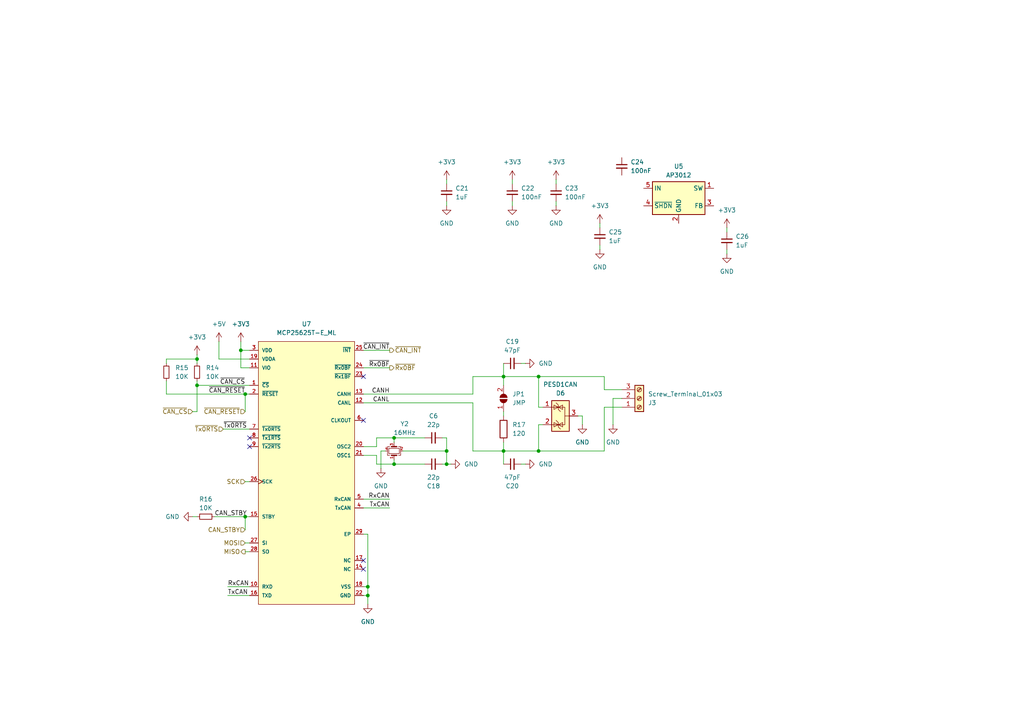
<source format=kicad_sch>
(kicad_sch (version 20231120) (generator "eeschema") (generator_version "8.0")
  (paper "A4")
  (lib_symbols
    (symbol "Connector:Screw_Terminal_01x03" (pin_names (offset 1.016) hide)
      (property "Reference" "J" (at 0 5.08 0))
      (property "Value" "Screw_Terminal_01x03" (at 0 -5.08 0))
      (symbol "Screw_Terminal_01x03_1_1"
        (rectangle (start -1.27 3.81) (end 1.27 -3.81) (stroke (width 0.254)) (fill (type background)))
        (circle (center 0 -2.54) (radius 0.635) (stroke (width 0.1524)))
        (polyline (pts (xy -0.5334 -2.2098) (xy 0.3302 -3.048)) (stroke (width 0.1524)))
        (polyline (pts (xy -0.5334 0.3302) (xy 0.3302 -0.508)) (stroke (width 0.1524)))
        (polyline (pts (xy -0.5334 2.8702) (xy 0.3302 2.032)) (stroke (width 0.1524)))
        (polyline (pts (xy -0.3556 -2.032) (xy 0.508 -2.8702)) (stroke (width 0.1524)))
        (polyline (pts (xy -0.3556 0.508) (xy 0.508 -0.3302)) (stroke (width 0.1524)))
        (polyline (pts (xy -0.3556 3.048) (xy 0.508 2.2098)) (stroke (width 0.1524)))
        (circle (center 0 0) (radius 0.635) (stroke (width 0.1524)))
        (circle (center 0 2.54) (radius 0.635) (stroke (width 0.1524)))
        (pin passive line (at -5.08 2.54 0) (length 3.81) (name "Pin_1") (number "1"))
        (pin passive line (at -5.08 0 0) (length 3.81) (name "Pin_2") (number "2"))
        (pin passive line (at -5.08 -2.54 0) (length 3.81) (name "Pin_3") (number "3"))
      )
    )
    (symbol "Device:C_Small" (pin_numbers hide) (pin_names (offset 0.254) hide)
      (property "Reference" "C" (at 0.254 1.778 0))
      (property "Value" "C_Small" (at 0.254 -2.032 0))
      (symbol "C_Small_0_1"
        (polyline (pts (xy -1.524 -0.508) (xy 1.524 -0.508)) (stroke (width 0.3302)))
        (polyline (pts (xy -1.524 0.508) (xy 1.524 0.508)) (stroke (width 0.3048)))
      )
      (symbol "C_Small_1_1"
        (pin passive line (at 0 2.54 270) (length 2.032) (name "~") (number "1"))
        (pin passive line (at 0 -2.54 90) (length 2.032) (name "~") (number "2"))
      )
    )
    (symbol "Device:Crystal_GND24_Small" (pin_names (offset 1.016) hide)
      (property "Reference" "Y" (at 1.27 4.445 0))
      (property "Value" "Crystal_GND24_Small" (at 1.27 2.54 0))
      (symbol "Crystal_GND24_Small_0_1"
        (rectangle (start -0.762 -1.524) (end 0.762 1.524))
        (polyline (pts (xy -1.27 -0.762) (xy -1.27 0.762)) (stroke (width 0.381)))
        (polyline (pts (xy 1.27 -0.762) (xy 1.27 0.762)) (stroke (width 0.381)))
        (polyline (pts (xy -1.27 -1.27) (xy -1.27 -1.905) (xy 1.27 -1.905) (xy 1.27 -1.27)))
        (polyline (pts (xy -1.27 1.27) (xy -1.27 1.905) (xy 1.27 1.905) (xy 1.27 1.27)))
      )
      (symbol "Crystal_GND24_Small_1_1"
        (pin passive line (at -2.54 0 0) (length 1.27) (name "1") (number "1"))
        (pin passive line (at 0 -2.54 90) (length 0.635) (name "2") (number "2"))
        (pin passive line (at 2.54 0 180) (length 1.27) (name "3") (number "3"))
        (pin passive line (at 0 2.54 270) (length 0.635) (name "4") (number "4"))
      )
    )
    (symbol "Device:R" (pin_numbers hide) (pin_names (offset 0))
      (property "Reference" "R" (at 2.032 0 90))
      (property "Value" "R" (at 0 0 90))
      (symbol "R_0_1"
        (rectangle (start -1.016 -2.54) (end 1.016 2.54) (stroke (width 0.254)))
      )
      (symbol "R_1_1"
        (pin passive line (at 0 3.81 270) (length 1.27) (name "~") (number "1"))
        (pin passive line (at 0 -3.81 90) (length 1.27) (name "~") (number "2"))
      )
    )
    (symbol "Device:R_Small" (pin_numbers hide) (pin_names (offset 0.254) hide)
      (property "Reference" "R" (at 0.762 0.508 0))
      (property "Value" "R_Small" (at 0.762 -1.016 0))
      (symbol "R_Small_0_1"
        (rectangle (start -0.762 1.778) (end 0.762 -1.778) (stroke (width 0.2032)))
      )
      (symbol "R_Small_1_1"
        (pin passive line (at 0 2.54 270) (length 0.762) (name "~") (number "1"))
        (pin passive line (at 0 -2.54 90) (length 0.762) (name "~") (number "2"))
      )
    )
    (symbol "Jumper:SolderJumper_2_Open" (pin_names (offset 0) hide)
      (property "Reference" "JP" (at 0 2.032 0))
      (property "Value" "SolderJumper_2_Open" (at 0 -2.54 0))
      (symbol "SolderJumper_2_Open_0_1"
        (arc (start -0.254 1.016) (mid -1.2656 0) (end -0.254 -1.016))
        (arc (start -0.254 1.016) (mid -1.2656 0) (end -0.254 -1.016) (fill (type outline)))
        (polyline (pts (xy -0.254 1.016) (xy -0.254 -1.016)))
        (polyline (pts (xy 0.254 1.016) (xy 0.254 -1.016)))
        (arc (start 0.254 -1.016) (mid 1.2656 0) (end 0.254 1.016))
        (arc (start 0.254 -1.016) (mid 1.2656 0) (end 0.254 1.016) (fill (type outline)))
      )
      (symbol "SolderJumper_2_Open_1_1"
        (pin passive line (at -3.81 0 0) (length 2.54) (name "A") (number "1"))
        (pin passive line (at 3.81 0 180) (length 2.54) (name "B") (number "2"))
      )
    )
    (symbol "MCP25625:MCP25625T-E_ML" (pin_names (offset 1.016))
      (property "Reference" "U" (at 0 5.08 0))
      (property "Value" "MCP25625T-E_ML" (at 0 7.62 0))
      (symbol "MCP25625T-E_ML_1_1"
        (rectangle (start 2.54 2.54) (end 30.48 -73.66) (fill (type background)))
        (pin input line (at 0 -10.16 0) (length 2.54) (name "~{CS}") (number "1"))
        (pin output line (at 0 -68.58 0) (length 2.54) (name "RXD") (number "10"))
        (pin power_in line (at 0 -5.08 0) (length 2.54) (name "VIO") (number "11"))
        (pin bidirectional line (at 33.02 -15.24 180) (length 2.54) (name "CANL") (number "12"))
        (pin bidirectional line (at 33.02 -12.7 180) (length 2.54) (name "CANH") (number "13"))
        (pin passive line (at 33.02 -63.5 180) (length 2.54) (name "NC") (number "14"))
        (pin input line (at 0 -48.26 0) (length 2.54) (name "STBY") (number "15"))
        (pin input line (at 0 -71.12 0) (length 2.54) (name "TXD") (number "16"))
        (pin passive line (at 33.02 -60.96 180) (length 2.54) (name "NC") (number "17"))
        (pin power_in line (at 33.02 -68.58 180) (length 2.54) (name "VSS") (number "18"))
        (pin power_in line (at 0 -2.54 0) (length 2.54) (name "VDDA") (number "19"))
        (pin input line (at 0 -12.7 0) (length 2.54) (name "~{RESET}") (number "2"))
        (pin output line (at 33.02 -27.94 180) (length 2.54) (name "OSC2") (number "20"))
        (pin input line (at 33.02 -30.48 180) (length 2.54) (name "OSC1") (number "21"))
        (pin power_in line (at 33.02 -71.12 180) (length 2.54) (name "GND") (number "22"))
        (pin output line (at 33.02 -7.62 180) (length 2.54) (name "~{Rx1BF}") (number "23"))
        (pin output line (at 33.02 -5.08 180) (length 2.54) (name "~{Rx0BF}") (number "24"))
        (pin output line (at 33.02 0 180) (length 2.54) (name "~{INT}") (number "25"))
        (pin input clock (at 0 -38.1 0) (length 2.54) (name "SCK") (number "26"))
        (pin input line (at 0 -55.88 0) (length 2.54) (name "SI") (number "27"))
        (pin output line (at 0 -58.42 0) (length 2.54) (name "SO") (number "28"))
        (pin passive line (at 33.02 -53.34 180) (length 2.54) (name "EP") (number "29"))
        (pin power_in line (at 0 0 0) (length 2.54) (name "VDD") (number "3"))
        (pin output line (at 33.02 -45.72 180) (length 2.54) (name "TxCAN") (number "4"))
        (pin input line (at 33.02 -43.18 180) (length 2.54) (name "RxCAN") (number "5"))
        (pin output line (at 33.02 -20.32 180) (length 2.54) (name "CLKOUT") (number "6"))
        (pin input line (at 0 -22.86 0) (length 2.54) (name "~{Tx0RTS}") (number "7"))
        (pin input line (at 0 -25.4 0) (length 2.54) (name "~{Tx1RTS}") (number "8"))
        (pin input line (at 0 -27.94 0) (length 2.54) (name "~{Tx2RTS}") (number "9"))
      )
    )
    (symbol "Power_Protection:NUP2105L" (pin_names hide)
      (property "Reference" "D" (at 5.715 2.54 0))
      (property "Value" "NUP2105L" (at 5.715 0.635 0))
      (symbol "NUP2105L_0_0"
        (pin passive line (at 0 -5.08 90) (length 2.54) (name "A") (number "3"))
      )
      (symbol "NUP2105L_0_1"
        (rectangle (start -4.445 2.54) (end 4.445 -2.54) (stroke (width 0.254)) (fill (type background)))
        (polyline (pts (xy -2.54 2.54) (xy -2.54 0.635)))
        (polyline (pts (xy 0 -1.27) (xy 0 -2.54)))
        (polyline (pts (xy 2.54 2.54) (xy 2.54 0.635)))
        (polyline (pts (xy -3.81 1.27) (xy -3.175 0.635) (xy -1.905 0.635) (xy -1.27 0)))
        (polyline (pts (xy -2.54 0.635) (xy -2.54 -1.27) (xy 2.54 -1.27) (xy 2.54 0.635)))
        (polyline (pts (xy -2.54 0.635) (xy -1.905 -0.635) (xy -3.175 -0.635) (xy -2.54 0.635)))
        (polyline (pts (xy 2.54 0.635) (xy 1.905 -0.635) (xy 3.175 -0.635) (xy 2.54 0.635)))
        (polyline (pts (xy 2.54 0.635) (xy 3.175 1.905) (xy 1.905 1.905) (xy 2.54 0.635)))
        (polyline (pts (xy -2.54 0.635) (xy -3.175 1.905) (xy -1.905 1.905) (xy -2.54 0.635) (xy -2.54 1.27)))
        (polyline (pts (xy 1.27 1.27) (xy 1.905 0.635) (xy 2.54 0.635) (xy 3.175 0.635) (xy 3.81 0)))
      )
      (symbol "NUP2105L_1_1"
        (pin passive line (at -2.54 5.08 270) (length 2.54) (name "K") (number "1"))
        (pin passive line (at 2.54 5.08 270) (length 2.54) (name "K") (number "2"))
      )
    )
    (symbol "Regulator_Switching:AP3012"
      (property "Reference" "U" (at -7.62 5.715 0))
      (property "Value" "AP3012" (at 0 5.715 0))
      (symbol "AP3012_0_1"
        (rectangle (start -7.62 4.445) (end 7.62 -5.08) (stroke (width 0.254)) (fill (type background)))
      )
      (symbol "AP3012_1_1"
        (pin passive line (at 10.16 2.54 180) (length 2.54) (name "SW") (number "1"))
        (pin power_in line (at 0 -7.62 90) (length 2.54) (name "GND") (number "2"))
        (pin input line (at 10.16 -2.54 180) (length 2.54) (name "FB") (number "3"))
        (pin input line (at -10.16 -2.54 0) (length 2.54) (name "~{SHDN}") (number "4"))
        (pin power_in line (at -10.16 2.54 0) (length 2.54) (name "IN") (number "5"))
      )
    )
    (symbol "power:+3V3" (power) (pin_numbers hide) (pin_names (offset 0) hide)
      (property "Value" "+3V3" (at 0 3.556 0))
      (symbol "+3V3_0_1"
        (polyline (pts (xy -0.762 1.27) (xy 0 2.54)))
        (polyline (pts (xy 0 0) (xy 0 2.54)))
        (polyline (pts (xy 0 2.54) (xy 0.762 1.27)))
      )
      (symbol "+3V3_1_1"
        (pin power_in line (at 0 0 90) (length 0) (name "~") (number "1"))
      )
    )
    (symbol "power:+5V" (power) (pin_numbers hide) (pin_names (offset 0) hide)
      (property "Value" "+5V" (at 0 3.556 0))
      (symbol "+5V_0_1"
        (polyline (pts (xy -0.762 1.27) (xy 0 2.54)))
        (polyline (pts (xy 0 0) (xy 0 2.54)))
        (polyline (pts (xy 0 2.54) (xy 0.762 1.27)))
      )
      (symbol "+5V_1_1"
        (pin power_in line (at 0 0 90) (length 0) (name "~") (number "1"))
      )
    )
    (symbol "power:GND" (power) (pin_numbers hide) (pin_names (offset 0) hide)
      (property "Value" "GND" (at 0 -3.81 0))
      (symbol "GND_0_1"
        (polyline (pts (xy 0 0) (xy 0 -1.27) (xy 1.27 -1.27) (xy 0 -2.54) (xy -1.27 -1.27) (xy 0 -1.27)))
      )
      (symbol "GND_1_1"
        (pin power_in line (at 0 0 270) (length 0) (name "~") (number "1"))
      )
    )
  )
  (junction (at 71.12 114.3))
  (junction (at 57.15 104.14))
  (junction (at 57.15 111.76))
  (junction (at 114.3 127))
  (junction (at 156.21 109.22))
  (junction (at 146.05 130.81))
  (junction (at 106.68 170.18))
  (junction (at 69.85 101.6))
  (junction (at 146.05 109.22))
  (junction (at 114.3 134.62))
  (junction (at 129.54 134.62))
  (junction (at 156.21 130.81))
  (junction (at 71.12 149.86))
  (junction (at 106.68 172.72))
  (junction (at 129.54 130.81))
  (no_connect (at 105.41 121.92))
  (no_connect (at 105.41 162.56))
  (no_connect (at 105.41 165.1))
  (no_connect (at 72.39 127))
  (no_connect (at 72.39 129.54))
  (no_connect (at 105.41 109.22))
  (wire (pts (xy 146.05 130.81) (xy 146.05 134.62)))
  (wire (pts (xy 146.05 109.22) (xy 146.05 111.76)))
  (wire (pts (xy 71.12 149.86) (xy 62.23 149.86)))
  (wire (pts (xy 173.99 72.39) (xy 173.99 71.12)))
  (wire (pts (xy 148.59 59.69) (xy 148.59 58.42)))
  (wire (pts (xy 173.99 64.77) (xy 173.99 66.04)))
  (wire (pts (xy 113.03 147.32) (xy 105.41 147.32)))
  (wire (pts (xy 71.12 149.86) (xy 72.39 149.86)))
  (wire (pts (xy 106.68 154.94) (xy 106.68 170.18)))
  (wire (pts (xy 64.77 124.46) (xy 72.39 124.46)))
  (wire (pts (xy 48.26 114.3) (xy 71.12 114.3)))
  (wire (pts (xy 210.82 66.04) (xy 210.82 67.31)))
  (wire (pts (xy 152.4 134.62) (xy 151.13 134.62)))
  (wire (pts (xy 156.21 130.81) (xy 175.26 130.81)))
  (wire (pts (xy 116.84 130.81) (xy 129.54 130.81)))
  (wire (pts (xy 129.54 130.81) (xy 129.54 134.62)))
  (wire (pts (xy 130.81 134.62) (xy 129.54 134.62)))
  (wire (pts (xy 157.48 118.11) (xy 156.21 118.11)))
  (wire (pts (xy 114.3 134.62) (xy 123.19 134.62)))
  (wire (pts (xy 48.26 104.14) (xy 57.15 104.14)))
  (wire (pts (xy 129.54 134.62) (xy 128.27 134.62)))
  (wire (pts (xy 175.26 113.03) (xy 180.34 113.03)))
  (wire (pts (xy 109.22 127) (xy 114.3 127)))
  (wire (pts (xy 156.21 123.19) (xy 156.21 130.81)))
  (wire (pts (xy 146.05 119.38) (xy 146.05 120.65)))
  (wire (pts (xy 146.05 105.41) (xy 146.05 109.22)))
  (wire (pts (xy 210.82 73.66) (xy 210.82 72.39)))
  (wire (pts (xy 71.12 114.3) (xy 71.12 119.38)))
  (wire (pts (xy 148.59 52.07) (xy 148.59 53.34)))
  (wire (pts (xy 146.05 128.27) (xy 146.05 130.81)))
  (wire (pts (xy 146.05 130.81) (xy 156.21 130.81)))
  (wire (pts (xy 110.49 130.81) (xy 110.49 135.89)))
  (wire (pts (xy 48.26 110.49) (xy 48.26 114.3)))
  (wire (pts (xy 71.12 153.67) (xy 71.12 149.86)))
  (wire (pts (xy 106.68 170.18) (xy 106.68 172.72)))
  (wire (pts (xy 69.85 101.6) (xy 72.39 101.6)))
  (wire (pts (xy 180.34 115.57) (xy 177.8 115.57)))
  (wire (pts (xy 114.3 127) (xy 123.19 127)))
  (wire (pts (xy 105.41 154.94) (xy 106.68 154.94)))
  (wire (pts (xy 113.03 101.6) (xy 105.41 101.6)))
  (wire (pts (xy 105.41 129.54) (xy 109.22 129.54)))
  (wire (pts (xy 69.85 106.68) (xy 69.85 101.6)))
  (wire (pts (xy 177.8 115.57) (xy 177.8 123.19)))
  (wire (pts (xy 69.85 101.6) (xy 69.85 99.06)))
  (wire (pts (xy 113.03 106.68) (xy 105.41 106.68)))
  (wire (pts (xy 109.22 132.08) (xy 109.22 134.62)))
  (wire (pts (xy 105.41 116.84) (xy 137.16 116.84)))
  (wire (pts (xy 137.16 114.3) (xy 137.16 109.22)))
  (wire (pts (xy 105.41 172.72) (xy 106.68 172.72)))
  (wire (pts (xy 71.12 114.3) (xy 72.39 114.3)))
  (wire (pts (xy 157.48 123.19) (xy 156.21 123.19)))
  (wire (pts (xy 63.5 99.06) (xy 63.5 104.14)))
  (wire (pts (xy 168.91 120.65) (xy 168.91 123.19)))
  (wire (pts (xy 105.41 170.18) (xy 106.68 170.18)))
  (wire (pts (xy 114.3 134.62) (xy 114.3 133.35)))
  (wire (pts (xy 156.21 109.22) (xy 175.26 109.22)))
  (wire (pts (xy 129.54 59.69) (xy 129.54 58.42)))
  (wire (pts (xy 106.68 172.72) (xy 106.68 175.26)))
  (wire (pts (xy 137.16 116.84) (xy 137.16 130.81)))
  (wire (pts (xy 63.5 104.14) (xy 72.39 104.14)))
  (wire (pts (xy 146.05 109.22) (xy 156.21 109.22)))
  (wire (pts (xy 175.26 118.11) (xy 180.34 118.11)))
  (wire (pts (xy 161.29 59.69) (xy 161.29 58.42)))
  (wire (pts (xy 137.16 109.22) (xy 146.05 109.22)))
  (wire (pts (xy 57.15 104.14) (xy 57.15 105.41)))
  (wire (pts (xy 109.22 129.54) (xy 109.22 127)))
  (wire (pts (xy 152.4 105.41) (xy 151.13 105.41)))
  (wire (pts (xy 57.15 110.49) (xy 57.15 111.76)))
  (wire (pts (xy 129.54 52.07) (xy 129.54 53.34)))
  (wire (pts (xy 105.41 132.08) (xy 109.22 132.08)))
  (wire (pts (xy 137.16 130.81) (xy 146.05 130.81)))
  (wire (pts (xy 66.04 170.18) (xy 72.39 170.18)))
  (wire (pts (xy 55.88 119.38) (xy 57.15 119.38)))
  (wire (pts (xy 71.12 157.48) (xy 72.39 157.48)))
  (wire (pts (xy 71.12 160.02) (xy 72.39 160.02)))
  (wire (pts (xy 167.64 120.65) (xy 168.91 120.65)))
  (wire (pts (xy 113.03 144.78) (xy 105.41 144.78)))
  (wire (pts (xy 128.27 127) (xy 129.54 127)))
  (wire (pts (xy 57.15 119.38) (xy 57.15 111.76)))
  (wire (pts (xy 57.15 102.87) (xy 57.15 104.14)))
  (wire (pts (xy 114.3 127) (xy 114.3 128.27)))
  (wire (pts (xy 72.39 106.68) (xy 69.85 106.68)))
  (wire (pts (xy 71.12 139.7) (xy 72.39 139.7)))
  (wire (pts (xy 57.15 111.76) (xy 72.39 111.76)))
  (wire (pts (xy 175.26 130.81) (xy 175.26 118.11)))
  (wire (pts (xy 48.26 105.41) (xy 48.26 104.14)))
  (wire (pts (xy 66.04 172.72) (xy 72.39 172.72)))
  (wire (pts (xy 55.88 149.86) (xy 57.15 149.86)))
  (wire (pts (xy 111.76 130.81) (xy 110.49 130.81)))
  (wire (pts (xy 156.21 118.11) (xy 156.21 109.22)))
  (wire (pts (xy 175.26 109.22) (xy 175.26 113.03)))
  (wire (pts (xy 161.29 52.07) (xy 161.29 53.34)))
  (wire (pts (xy 109.22 134.62) (xy 114.3 134.62)))
  (wire (pts (xy 129.54 127) (xy 129.54 130.81)))
  (wire (pts (xy 105.41 114.3) (xy 137.16 114.3)))
  (label "RxCAN" (at 113.03 144.78 180))
  (label "CANH" (at 113.03 114.3 180))
  (label "CANL" (at 113.03 116.84 180))
  (label "~{CAN_CS}" (at 71.12 111.76 180))
  (label "CAN_STBY" (at 62.23 149.86 0))
  (label "~{Rx0BF}" (at 113.03 106.68 180))
  (label "~{CAN_INT}" (at 113.03 101.6 180))
  (label "~{CAN_RESET}" (at 71.12 114.3 180))
  (label "~{Tx0RTS}" (at 64.77 124.46 0))
  (label "TxCAN" (at 66.04 172.72 0))
  (label "TxCAN" (at 113.03 147.32 180))
  (label "RxCAN" (at 66.04 170.18 0))
  (hierarchical_label "~{Tx0RTS}" (shape input) (at 64.77 124.46 180))
  (hierarchical_label "~{Rx0BF}" (shape output) (at 113.03 106.68 0))
  (hierarchical_label "CAN_STBY" (shape input) (at 71.12 153.67 180))
  (hierarchical_label "MISO" (shape output) (at 71.12 160.02 180))
  (hierarchical_label "~{CAN_CS}" (shape input) (at 55.88 119.38 180))
  (hierarchical_label "SCK" (shape input) (at 71.12 139.7 180))
  (hierarchical_label "MOSI" (shape input) (at 71.12 157.48 180))
  (hierarchical_label "~{CAN_INT}" (shape output) (at 113.03 101.6 0))
  (hierarchical_label "~{CAN_RESET}" (shape input) (at 71.12 119.38 180))
  (symbol (lib_id "power:+3V3") (at 173.99 64.77 0) (unit 1)
    (property "Reference" "#PWR073" (effects (hide yes)))
    (property "Value" "+3V3" (at 173.99 59.69 0))
    (property "Description" "Power symbol creates a global label with name \"+3V3\"" (effects (hide yes)))
  )
  (symbol (lib_id "power:+3V3") (at 148.59 52.07 0) (unit 1)
    (property "Reference" "#PWR069" (effects (hide yes)))
    (property "Value" "+3V3" (at 148.59 46.99 0))
    (property "Description" "Power symbol creates a global label with name \"+3V3\"" (effects (hide yes)))
  )
  (symbol (lib_id "Device:Crystal_GND24_Small") (at 114.3 130.81 90) (unit 1)
    (property "Reference" "Y2" (at 117.348 122.936 90))
    (property "Value" "16MHz" (at 117.348 125.476 90))
    (property "Footprint" "Crystal:Crystal_SMD_2520-4Pin_2.5x2.0mm" (effects (hide yes)))
    (property "Description" "Four pin crystal, GND on pins 2 and 4, small symbol" (effects (hide yes)))
  )
  (symbol (lib_id "Device:C_Small") (at 173.99 68.58 0) (unit 1)
    (property "Reference" "C25" (at 176.53 67.3162 0) (effects (justify left)))
    (property "Value" "1uF" (at 176.53 69.8562 0) (effects (justify left)))
    (property "Footprint" "Capacitor_SMD:C_0603_1608Metric" (effects (hide yes)))
    (property "Description" "Unpolarized capacitor, small symbol" (effects (hide yes)))
  )
  (symbol (lib_id "power:GND") (at 210.82 73.66 0) (unit 1)
    (property "Reference" "#PWR077" (effects (hide yes)))
    (property "Value" "GND" (at 210.82 78.74 0))
    (property "Description" "Power symbol creates a global label with name \"GND\" , ground" (effects (hide yes)))
  )
  (symbol (lib_id "power:GND") (at 173.99 72.39 0) (unit 1)
    (property "Reference" "#PWR074" (effects (hide yes)))
    (property "Value" "GND" (at 173.99 77.47 0))
    (property "Description" "Power symbol creates a global label with name \"GND\" , ground" (effects (hide yes)))
  )
  (symbol (lib_id "Connector:Screw_Terminal_01x03") (at 185.42 115.57 0) (mirror x) (unit 1)
    (property "Reference" "J3" (at 187.96 116.8401 0) (effects (justify left)))
    (property "Value" "Screw_Terminal_01x03" (at 187.96 114.3001 0) (effects (justify left)))
    (property "Footprint" "TerminalBlock_4Ucon:TerminalBlock_4Ucon_1x03_P3.50mm_Horizontal" (effects (hide yes)))
    (property "Description" "Generic screw terminal, single row, 01x03, script generated (kicad-library-utils/schlib/autogen/connector/)" (effects (hide yes)))
  )
  (symbol (lib_id "Device:C_Small") (at 125.73 134.62 90) (mirror x) (unit 1)
    (property "Reference" "C18" (at 125.7363 140.97 90))
    (property "Value" "22p" (at 125.7363 138.43 90))
    (property "Footprint" "Capacitor_SMD:C_0402_1005Metric" (effects (hide yes)))
    (property "Description" "Unpolarized capacitor, small symbol" (effects (hide yes)))
  )
  (symbol (lib_id "power:GND") (at 130.81 134.62 90) (unit 1)
    (property "Reference" "#PWR025" (effects (hide yes)))
    (property "Value" "GND" (at 134.62 134.6199 90) (effects (justify right)))
    (property "Description" "Power symbol creates a global label with name \"GND\" , ground" (effects (hide yes)))
  )
  (symbol (lib_id "power:GND") (at 161.29 59.69 0) (unit 1)
    (property "Reference" "#PWR072" (effects (hide yes)))
    (property "Value" "GND" (at 161.29 64.77 0))
    (property "Description" "Power symbol creates a global label with name \"GND\" , ground" (effects (hide yes)))
  )
  (symbol (lib_id "MCP25625:MCP25625T-E_ML") (at 72.39 101.6 0) (unit 1)
    (property "Reference" "U7" (at 88.9 93.98 0))
    (property "Value" "MCP25625T-E_ML" (at 88.9 96.52 0))
    (property "Footprint" "MCP25625:Microchip-ML-28-0-0-0" (effects (hide yes)))
    (property "Datasheet" "http://ww1.microchip.com/downloads/en/DeviceDoc/20005282B.pdf" (effects (hide yes)))
    (property "Description" "+125°C" (effects (hide yes)))
    (property "ambient temperature range low" "-40°C" (effects (hide yes)))
    (property "category" "IC" (effects (hide yes)))
    (property "device class L1" "Integrated Circuits (ICs)" (effects (hide yes)))
    (property "device class L2" "Interface ICs" (effects (hide yes)))
    (property "device class L3" "unset" (effects (hide yes)))
    (property "digikey description" "IC TXRX CAN CTLR EXT TEMP 28QFN" (effects (hide yes)))
    (property "digikey part number" "MCP25625T-E/MLCT-ND" (effects (hide yes)))
    (property "height" "1mm" (effects (hide yes)))
    (property "interface" "SPI,CAN" (effects (hide yes)))
    (property "lead free" "yes" (effects (hide yes)))
    (property "library id" "08977554164ab031" (effects (hide yes)))
    (property "manufacturer" "Microchip" (effects (hide yes)))
    (property "max supply voltage" "5.5V" (effects (hide yes)))
    (property "min supply voltage" "2.7V" (effects (hide yes)))
    (property "mouser description" "CAN Interface IC CAN Controller with Int. Transceiver" (effects (hide yes)))
    (property "mouser part number" "579-MCP25625T-E/ML" (effects (hide yes)))
    (property "package" "QFN28" (effects (hide yes)))
    (property "rohs" "yes" (effects (hide yes)))
    (property "standoff height" "0mm" (effects (hide yes)))
    (property "temperature range high" "+125°C" (effects (hide yes)))
    (property "temperature range low" "-40°C" (effects (hide yes)))
  )
  (symbol (lib_id "power:+3V3") (at 69.85 99.06 0) (unit 1)
    (property "Reference" "#PWR055" (effects (hide yes)))
    (property "Value" "+3V3" (at 69.85 93.98 0))
    (property "Description" "Power symbol creates a global label with name \"+3V3\"" (effects (hide yes)))
  )
  (symbol (lib_id "power:+3V3") (at 129.54 52.07 0) (unit 1)
    (property "Reference" "#PWR067" (effects (hide yes)))
    (property "Value" "+3V3" (at 129.54 46.99 0))
    (property "Description" "Power symbol creates a global label with name \"+3V3\"" (effects (hide yes)))
  )
  (symbol (lib_id "Device:C_Small") (at 148.59 105.41 90) (unit 1)
    (property "Reference" "C19" (at 148.5963 99.06 90))
    (property "Value" "47pF" (at 148.5963 101.6 90))
    (property "Footprint" "Capacitor_SMD:C_0402_1005Metric" (effects (hide yes)))
    (property "Description" "Unpolarized capacitor, small symbol" (effects (hide yes)))
  )
  (symbol (lib_id "Power_Protection:NUP2105L") (at 162.56 120.65 90) (mirror x) (unit 1)
    (property "Reference" "D6" (at 162.56 114.046 90))
    (property "Value" "PESD1CAN" (at 162.56 111.506 90))
    (property "Footprint" "Package_TO_SOT_SMD:SOT-23" (effects (hide yes)))
    (property "Datasheet" "http://www.onsemi.com/pub_link/Collateral/NUP2105L-D.PDF" (effects (hide yes)))
    (property "Description" "Dual Line CAN Bus Protector, 24Vrwm" (effects (hide yes)))
  )
  (symbol (lib_id "Device:C_Small") (at 129.54 55.88 0) (unit 1)
    (property "Reference" "C21" (at 132.08 54.6162 0) (effects (justify left)))
    (property "Value" "1uF" (at 132.08 57.1562 0) (effects (justify left)))
    (property "Footprint" "Capacitor_SMD:C_0603_1608Metric" (effects (hide yes)))
    (property "Description" "Unpolarized capacitor, small symbol" (effects (hide yes)))
  )
  (symbol (lib_id "power:GND") (at 168.91 123.19 0) (unit 1)
    (property "Reference" "#PWR066" (effects (hide yes)))
    (property "Value" "GND" (at 168.91 128.27 0))
    (property "Description" "Power symbol creates a global label with name \"GND\" , ground" (effects (hide yes)))
  )
  (symbol (lib_id "power:GND") (at 55.88 149.86 270) (unit 1)
    (property "Reference" "#PWR062" (effects (hide yes)))
    (property "Value" "GND" (at 52.07 149.8599 90) (effects (justify right)))
    (property "Description" "Power symbol creates a global label with name \"GND\" , ground" (effects (hide yes)))
  )
  (symbol (lib_id "power:GND") (at 106.68 175.26 0) (unit 1)
    (property "Reference" "#PWR051" (effects (hide yes)))
    (property "Value" "GND" (at 106.68 180.34 0))
    (property "Description" "Power symbol creates a global label with name \"GND\" , ground" (effects (hide yes)))
  )
  (symbol (lib_id "power:GND") (at 129.54 59.69 0) (unit 1)
    (property "Reference" "#PWR068" (effects (hide yes)))
    (property "Value" "GND" (at 129.54 64.77 0))
    (property "Description" "Power symbol creates a global label with name \"GND\" , ground" (effects (hide yes)))
  )
  (symbol (lib_id "power:+3V3") (at 161.29 52.07 0) (unit 1)
    (property "Reference" "#PWR071" (effects (hide yes)))
    (property "Value" "+3V3" (at 161.29 46.99 0))
    (property "Description" "Power symbol creates a global label with name \"+3V3\"" (effects (hide yes)))
  )
  (symbol (lib_id "power:GND") (at 110.49 135.89 0) (unit 1)
    (property "Reference" "#PWR026" (effects (hide yes)))
    (property "Value" "GND" (at 110.49 140.97 0))
    (property "Description" "Power symbol creates a global label with name \"GND\" , ground" (effects (hide yes)))
  )
  (symbol (lib_id "power:+5V") (at 63.5 99.06 0) (unit 1)
    (property "Reference" "#PWR056" (effects (hide yes)))
    (property "Value" "+5V" (at 63.5 93.98 0))
    (property "Description" "Power symbol creates a global label with name \"+5V\"" (effects (hide yes)))
  )
  (symbol (lib_id "Jumper:SolderJumper_2_Open") (at 146.05 115.57 90) (unit 1)
    (property "Reference" "JP1" (at 148.59 114.2999 90) (effects (justify right)))
    (property "Value" "JMP" (at 148.59 116.8399 90) (effects (justify right)))
    (property "Footprint" "Jumper:SolderJumper-2_P1.3mm_Open_RoundedPad1.0x1.5mm" (effects (hide yes)))
    (property "Description" "Solder Jumper, 2-pole, open" (effects (hide yes)))
  )
  (symbol (lib_id "Device:C_Small") (at 161.29 55.88 0) (unit 1)
    (property "Reference" "C23" (at 163.83 54.6162 0) (effects (justify left)))
    (property "Value" "100nF" (at 163.83 57.1562 0) (effects (justify left)))
    (property "Footprint" "Capacitor_SMD:C_0402_1005Metric" (effects (hide yes)))
    (property "Description" "Unpolarized capacitor, small symbol" (effects (hide yes)))
  )
  (symbol (lib_id "Device:C_Small") (at 210.82 69.85 0) (unit 1)
    (property "Reference" "C26" (at 213.36 68.5862 0) (effects (justify left)))
    (property "Value" "1uF" (at 213.36 71.1262 0) (effects (justify left)))
    (property "Footprint" "Capacitor_SMD:C_0603_1608Metric" (effects (hide yes)))
    (property "Description" "Unpolarized capacitor, small symbol" (effects (hide yes)))
  )
  (symbol (lib_id "Device:R_Small") (at 48.26 107.95 0) (unit 1)
    (property "Reference" "R15" (at 50.8 106.6799 0) (effects (justify left)))
    (property "Value" "10K" (at 50.8 109.2199 0) (effects (justify left)))
    (property "Footprint" "Resistor_SMD:R_0402_1005Metric" (effects (hide yes)))
    (property "Description" "Resistor, small symbol" (effects (hide yes)))
  )
  (symbol (lib_id "power:GND") (at 148.59 59.69 0) (unit 1)
    (property "Reference" "#PWR070" (effects (hide yes)))
    (property "Value" "GND" (at 148.59 64.77 0))
    (property "Description" "Power symbol creates a global label with name \"GND\" , ground" (effects (hide yes)))
  )
  (symbol (lib_id "Regulator_Switching:AP3012") (at 196.85 57.15 0) (unit 1)
    (property "Reference" "U5" (at 196.85 48.26 0))
    (property "Value" "AP3012" (at 196.85 50.8 0))
    (property "Footprint" "Package_TO_SOT_SMD:SOT-23-5" (effects (hide yes)))
    (property "Datasheet" "https://www.diodes.com/assets/Datasheets/AP3012.pdf" (effects (hide yes)))
    (property "Description" "500mA, Adjustable Step-Up Voltage Regulator, 1.5MHz Frequency, SOT-23-5" (effects (hide yes)))
  )
  (symbol (lib_id "Device:C_Small") (at 148.59 134.62 90) (mirror x) (unit 1)
    (property "Reference" "C20" (at 148.5963 140.97 90))
    (property "Value" "47pF" (at 148.5963 138.43 90))
    (property "Footprint" "Capacitor_SMD:C_0402_1005Metric" (effects (hide yes)))
    (property "Description" "Unpolarized capacitor, small symbol" (effects (hide yes)))
  )
  (symbol (lib_id "power:GND") (at 152.4 105.41 90) (unit 1)
    (property "Reference" "#PWR064" (effects (hide yes)))
    (property "Value" "GND" (at 156.21 105.4099 90) (effects (justify right)))
    (property "Description" "Power symbol creates a global label with name \"GND\" , ground" (effects (hide yes)))
  )
  (symbol (lib_id "Device:C_Small") (at 148.59 55.88 0) (unit 1)
    (property "Reference" "C22" (at 151.13 54.6162 0) (effects (justify left)))
    (property "Value" "100nF" (at 151.13 57.1562 0) (effects (justify left)))
    (property "Footprint" "Capacitor_SMD:C_0402_1005Metric" (effects (hide yes)))
    (property "Description" "Unpolarized capacitor, small symbol" (effects (hide yes)))
  )
  (symbol (lib_id "Device:R_Small") (at 57.15 107.95 0) (unit 1)
    (property "Reference" "R14" (at 59.69 106.6799 0) (effects (justify left)))
    (property "Value" "10K" (at 59.69 109.2199 0) (effects (justify left)))
    (property "Footprint" "Resistor_SMD:R_0402_1005Metric" (effects (hide yes)))
    (property "Description" "Resistor, small symbol" (effects (hide yes)))
  )
  (symbol (lib_id "power:+3V3") (at 210.82 66.04 0) (unit 1)
    (property "Reference" "#PWR075" (effects (hide yes)))
    (property "Value" "+3V3" (at 210.82 60.96 0))
    (property "Description" "Power symbol creates a global label with name \"+3V3\"" (effects (hide yes)))
  )
  (symbol (lib_id "Device:C_Small") (at 180.34 48.26 0) (unit 1)
    (property "Reference" "C24" (at 182.88 46.9962 0) (effects (justify left)))
    (property "Value" "100nF" (at 182.88 49.5362 0) (effects (justify left)))
    (property "Footprint" "Capacitor_SMD:C_0402_1005Metric" (effects (hide yes)))
    (property "Description" "Unpolarized capacitor, small symbol" (effects (hide yes)))
  )
  (symbol (lib_id "power:+3V3") (at 57.15 102.87 0) (unit 1)
    (property "Reference" "#PWR061" (effects (hide yes)))
    (property "Value" "+3V3" (at 57.15 97.79 0))
    (property "Description" "Power symbol creates a global label with name \"+3V3\"" (effects (hide yes)))
  )
  (symbol (lib_id "Device:C_Small") (at 125.73 127 90) (unit 1)
    (property "Reference" "C6" (at 125.7363 120.65 90))
    (property "Value" "22p" (at 125.7363 123.19 90))
    (property "Footprint" "Capacitor_SMD:C_0402_1005Metric" (effects (hide yes)))
    (property "Description" "Unpolarized capacitor, small symbol" (effects (hide yes)))
  )
  (symbol (lib_id "power:GND") (at 152.4 134.62 90) (unit 1)
    (property "Reference" "#PWR063" (effects (hide yes)))
    (property "Value" "GND" (at 156.21 134.6199 90) (effects (justify right)))
    (property "Description" "Power symbol creates a global label with name \"GND\" , ground" (effects (hide yes)))
  )
  (symbol (lib_id "Device:R") (at 146.05 124.46 0) (unit 1)
    (property "Reference" "R17" (at 148.59 123.1899 0) (effects (justify left)))
    (property "Value" "120" (at 148.59 125.7299 0) (effects (justify left)))
    (property "Footprint" "Resistor_SMD:R_0402_1005Metric" (effects (hide yes)))
    (property "Description" "Resistor" (effects (hide yes)))
  )
  (symbol (lib_id "Device:R_Small") (at 59.69 149.86 90) (unit 1)
    (property "Reference" "R16" (at 59.69 144.78 90))
    (property "Value" "10K" (at 59.69 147.32 90))
    (property "Footprint" "Resistor_SMD:R_0402_1005Metric" (effects (hide yes)))
    (property "Description" "Resistor, small symbol" (effects (hide yes)))
  )
  (symbol (lib_id "power:GND") (at 177.8 123.19 0) (unit 1)
    (property "Reference" "#PWR065" (effects (hide yes)))
    (property "Value" "GND" (at 177.8 128.27 0))
    (property "Description" "Power symbol creates a global label with name \"GND\" , ground" (effects (hide yes)))
  )
)
</source>
